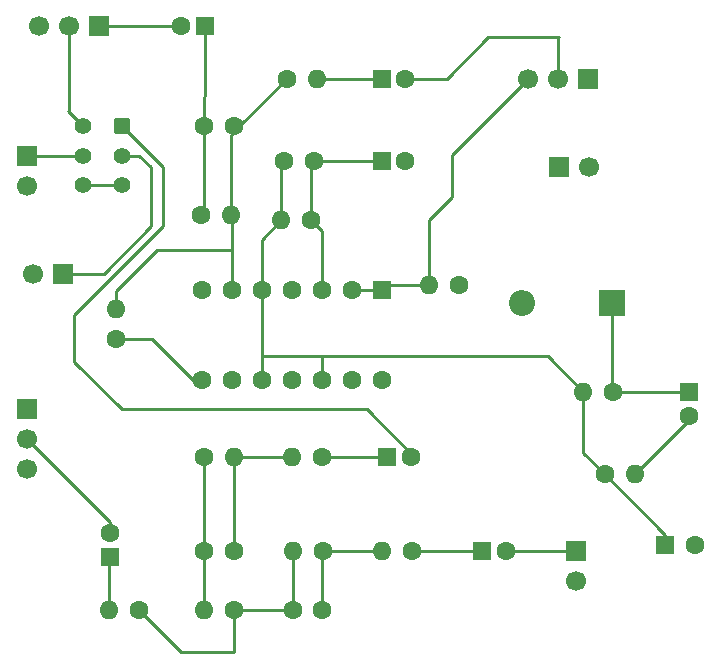
<source format=gbr>
%TF.GenerationSoftware,KiCad,Pcbnew,9.0.1*%
%TF.CreationDate,2025-04-22T18:06:14+02:00*%
%TF.ProjectId,electro-maticv,656c6563-7472-46f2-9d6d-61746963762e,rev?*%
%TF.SameCoordinates,Original*%
%TF.FileFunction,Copper,L1,Top*%
%TF.FilePolarity,Positive*%
%FSLAX46Y46*%
G04 Gerber Fmt 4.6, Leading zero omitted, Abs format (unit mm)*
G04 Created by KiCad (PCBNEW 9.0.1) date 2025-04-22 18:06:14*
%MOMM*%
%LPD*%
G01*
G04 APERTURE LIST*
G04 Aperture macros list*
%AMRoundRect*
0 Rectangle with rounded corners*
0 $1 Rounding radius*
0 $2 $3 $4 $5 $6 $7 $8 $9 X,Y pos of 4 corners*
0 Add a 4 corners polygon primitive as box body*
4,1,4,$2,$3,$4,$5,$6,$7,$8,$9,$2,$3,0*
0 Add four circle primitives for the rounded corners*
1,1,$1+$1,$2,$3*
1,1,$1+$1,$4,$5*
1,1,$1+$1,$6,$7*
1,1,$1+$1,$8,$9*
0 Add four rect primitives between the rounded corners*
20,1,$1+$1,$2,$3,$4,$5,0*
20,1,$1+$1,$4,$5,$6,$7,0*
20,1,$1+$1,$6,$7,$8,$9,0*
20,1,$1+$1,$8,$9,$2,$3,0*%
G04 Aperture macros list end*
%TA.AperFunction,ComponentPad*%
%ADD10O,2.200000X2.200000*%
%TD*%
%TA.AperFunction,ComponentPad*%
%ADD11R,2.200000X2.200000*%
%TD*%
%TA.AperFunction,ComponentPad*%
%ADD12C,1.600000*%
%TD*%
%TA.AperFunction,ComponentPad*%
%ADD13R,1.600000X1.600000*%
%TD*%
%TA.AperFunction,ComponentPad*%
%ADD14O,1.600000X1.600000*%
%TD*%
%TA.AperFunction,ComponentPad*%
%ADD15R,1.700000X1.700000*%
%TD*%
%TA.AperFunction,ComponentPad*%
%ADD16C,1.700000*%
%TD*%
%TA.AperFunction,ComponentPad*%
%ADD17RoundRect,0.250000X-0.550000X0.550000X-0.550000X-0.550000X0.550000X-0.550000X0.550000X0.550000X0*%
%TD*%
%TA.AperFunction,ComponentPad*%
%ADD18C,1.400000*%
%TD*%
%TA.AperFunction,ComponentPad*%
%ADD19RoundRect,0.250000X-0.450000X0.450000X-0.450000X-0.450000X0.450000X-0.450000X0.450000X0.450000X0*%
%TD*%
%TA.AperFunction,Conductor*%
%ADD20C,0.250000*%
%TD*%
G04 APERTURE END LIST*
D10*
%TO.P,D1,2,A*%
%TO.N,+1V0*%
X95380000Y-121000000D03*
D11*
%TO.P,D1,1,K*%
%TO.N,A*%
X103000000Y-121000000D03*
%TD*%
D12*
%TO.P,C8,2*%
%TO.N,Earth*%
X110000000Y-141500000D03*
D13*
%TO.P,C8,1*%
%TO.N,B*%
X107500000Y-141500000D03*
%TD*%
D12*
%TO.P,C7,2*%
%TO.N,Earth*%
X109500000Y-130544888D03*
D13*
%TO.P,C7,1*%
%TO.N,A*%
X109500000Y-128544888D03*
%TD*%
D14*
%TO.P,R7,2*%
%TO.N,B*%
X100580000Y-128500000D03*
D12*
%TO.P,R7,1*%
%TO.N,A*%
X103120000Y-128500000D03*
%TD*%
D14*
%TO.P,R8,2*%
%TO.N,Earth*%
X104920000Y-135500000D03*
D12*
%TO.P,R8,1*%
%TO.N,B*%
X102380000Y-135500000D03*
%TD*%
D15*
%TO.P,J4,1,In*%
%TO.N,Net-(J4-In)*%
X100000000Y-141960000D03*
D16*
%TO.P,J4,2,Ext*%
%TO.N,Earth*%
X100000000Y-144500000D03*
%TD*%
D12*
%TO.P,C3,1*%
%TO.N,Net-(U1D--)*%
X76000000Y-147000000D03*
%TO.P,C3,2*%
%TO.N,Net-(C3-Pad2)*%
X78500000Y-147000000D03*
%TD*%
%TO.P,C2,1*%
%TO.N,Net-(U1C--)*%
X71000000Y-142000000D03*
%TO.P,C2,2*%
%TO.N,Net-(C2-Pad2)*%
X68500000Y-142000000D03*
%TD*%
D14*
%TO.P,R4,2*%
%TO.N,Net-(U1D--)*%
X76000000Y-142000000D03*
D12*
%TO.P,R4,1*%
%TO.N,Net-(C3-Pad2)*%
X78540000Y-142000000D03*
%TD*%
D14*
%TO.P,R3,2*%
%TO.N,Net-(C2-Pad2)*%
X68460000Y-147000000D03*
D12*
%TO.P,R3,1*%
%TO.N,Net-(U1D--)*%
X71000000Y-147000000D03*
%TD*%
%TO.P,R15,1*%
%TO.N,Net-(C11-Pad1)*%
X68190000Y-113500000D03*
D14*
%TO.P,R15,2*%
%TO.N,Net-(U1B--)*%
X70730000Y-113500000D03*
%TD*%
D12*
%TO.P,R14,1*%
%TO.N,Net-(C2-Pad2)*%
X61000000Y-124040000D03*
D14*
%TO.P,R14,2*%
%TO.N,Net-(U1B--)*%
X61000000Y-121500000D03*
%TD*%
D12*
%TO.P,R13,1*%
%TO.N,Net-(U1D--)*%
X63000000Y-147000000D03*
D14*
%TO.P,R13,2*%
%TO.N,Net-(C9-Pad1)*%
X60460000Y-147000000D03*
%TD*%
D12*
%TO.P,R12,1*%
%TO.N,Net-(U1B--)*%
X75460000Y-102000000D03*
D14*
%TO.P,R12,2*%
%TO.N,Net-(C10-Pad1)*%
X78000000Y-102000000D03*
%TD*%
D12*
%TO.P,R9,1*%
%TO.N,Net-(R10-Pad1)*%
X90040000Y-119500000D03*
D14*
%TO.P,R9,2*%
%TO.N,Net-(U1A--)*%
X87500000Y-119500000D03*
%TD*%
D12*
%TO.P,R6,1*%
%TO.N,Net-(U1A-+)*%
X77540000Y-114000000D03*
D14*
%TO.P,R6,2*%
%TO.N,B*%
X75000000Y-114000000D03*
%TD*%
D12*
%TO.P,R5,1*%
%TO.N,Net-(C4-Pad1)*%
X86040000Y-142000000D03*
D14*
%TO.P,R5,2*%
%TO.N,Net-(C3-Pad2)*%
X83500000Y-142000000D03*
%TD*%
D12*
%TO.P,R2,1*%
%TO.N,Net-(C2-Pad2)*%
X68460000Y-134000000D03*
D14*
%TO.P,R2,2*%
%TO.N,Net-(U1C--)*%
X71000000Y-134000000D03*
%TD*%
D12*
%TO.P,R1,1*%
%TO.N,Net-(C1-Pad1)*%
X78500000Y-134000000D03*
D14*
%TO.P,R1,2*%
%TO.N,Net-(U1C--)*%
X75960000Y-134000000D03*
%TD*%
D15*
%TO.P,R16,1,1*%
%TO.N,Net-(C12-Pad2)*%
X59540000Y-97500000D03*
D16*
%TO.P,R16,2,2*%
%TO.N,Net-(R16-Pad2)*%
X57000000Y-97500000D03*
%TO.P,R16,3,3*%
%TO.N,Earth*%
X54460000Y-97500000D03*
%TD*%
D12*
%TO.P,U1,14*%
%TO.N,Net-(C3-Pad2)*%
X83540000Y-127500000D03*
%TO.P,U1,13,-*%
%TO.N,Net-(U1D--)*%
X81000000Y-127500000D03*
%TO.P,U1,12,+*%
%TO.N,B*%
X78460000Y-127500000D03*
%TO.P,U1,11,V-*%
%TO.N,Earth*%
X75920000Y-127500000D03*
%TO.P,U1,10,+*%
%TO.N,B*%
X73380000Y-127500000D03*
%TO.P,U1,9,-*%
%TO.N,Net-(U1C--)*%
X70840000Y-127500000D03*
%TO.P,U1,8*%
%TO.N,Net-(C2-Pad2)*%
X68300000Y-127500000D03*
%TO.P,U1,7*%
%TO.N,Net-(C11-Pad1)*%
X68300000Y-119880000D03*
%TO.P,U1,6,-*%
%TO.N,Net-(U1B--)*%
X70840000Y-119880000D03*
%TO.P,U1,5,+*%
%TO.N,B*%
X73380000Y-119880000D03*
%TO.P,U1,4,V+*%
%TO.N,A*%
X75920000Y-119880000D03*
%TO.P,U1,3,+*%
%TO.N,Net-(U1A-+)*%
X78460000Y-119880000D03*
%TO.P,U1,2,-*%
%TO.N,Net-(U1A--)*%
X81000000Y-119880000D03*
D17*
%TO.P,U1,1*%
X83540000Y-119880000D03*
%TD*%
D18*
%TO.P,SW1,6,C*%
%TO.N,Net-(R16-Pad2)*%
X58200000Y-106000000D03*
%TO.P,SW1,5,B*%
%TO.N,Net-(J2-In)*%
X58200000Y-108500000D03*
%TO.P,SW1,4,A*%
%TO.N,Net-(SW1-A-Pad4)*%
X58200000Y-111000000D03*
%TO.P,SW1,3,C*%
X61500000Y-111000000D03*
%TO.P,SW1,2,B*%
%TO.N,Net-(J3-In)*%
X61500000Y-108500000D03*
D19*
%TO.P,SW1,1,A*%
%TO.N,Net-(C1-Pad2)*%
X61500000Y-106000000D03*
%TD*%
D16*
%TO.P,R11,3,3*%
%TO.N,Net-(U1A--)*%
X95920000Y-102000000D03*
%TO.P,R11,2,2*%
%TO.N,Net-(C10-Pad2)*%
X98460000Y-102000000D03*
D15*
%TO.P,R11,1,1*%
%TO.N,Earth*%
X101000000Y-102000000D03*
%TD*%
D16*
%TO.P,R10,3,3*%
%TO.N,Earth*%
X53500000Y-135080000D03*
%TO.P,R10,2,2*%
%TO.N,Net-(C9-Pad2)*%
X53500000Y-132540000D03*
D15*
%TO.P,R10,1,1*%
%TO.N,Net-(R10-Pad1)*%
X53500000Y-130000000D03*
%TD*%
D16*
%TO.P,J3,2,Ext*%
%TO.N,Earth*%
X53960000Y-118500000D03*
D15*
%TO.P,J3,1,In*%
%TO.N,Net-(J3-In)*%
X56500000Y-118500000D03*
%TD*%
D16*
%TO.P,J2,2,Ext*%
%TO.N,Earth*%
X53500000Y-111040000D03*
D15*
%TO.P,J2,1,In*%
%TO.N,Net-(J2-In)*%
X53500000Y-108500000D03*
%TD*%
D16*
%TO.P,J1,2,Ext*%
%TO.N,Earth*%
X101040000Y-109500000D03*
D15*
%TO.P,J1,1,In*%
%TO.N,Net-(J1-In)*%
X98500000Y-109500000D03*
%TD*%
D12*
%TO.P,C12,2*%
%TO.N,Net-(C12-Pad2)*%
X66540000Y-97500000D03*
D13*
%TO.P,C12,1*%
%TO.N,Net-(C11-Pad1)*%
X68540000Y-97500000D03*
%TD*%
D12*
%TO.P,C11,2*%
%TO.N,Net-(U1B--)*%
X71000000Y-106000000D03*
%TO.P,C11,1*%
%TO.N,Net-(C11-Pad1)*%
X68500000Y-106000000D03*
%TD*%
%TO.P,C10,2*%
%TO.N,Net-(C10-Pad2)*%
X85500000Y-102000000D03*
D13*
%TO.P,C10,1*%
%TO.N,Net-(C10-Pad1)*%
X83500000Y-102000000D03*
%TD*%
D12*
%TO.P,C9,2*%
%TO.N,Net-(C9-Pad2)*%
X60500000Y-140500000D03*
D13*
%TO.P,C9,1*%
%TO.N,Net-(C9-Pad1)*%
X60500000Y-142500000D03*
%TD*%
D12*
%TO.P,C6,2*%
%TO.N,B*%
X75250000Y-109000000D03*
%TO.P,C6,1*%
%TO.N,Net-(U1A-+)*%
X77750000Y-109000000D03*
%TD*%
%TO.P,C5,2*%
%TO.N,Net-(J1-In)*%
X85500000Y-109000000D03*
D13*
%TO.P,C5,1*%
%TO.N,Net-(U1A-+)*%
X83500000Y-109000000D03*
%TD*%
D12*
%TO.P,C4,2*%
%TO.N,Net-(J4-In)*%
X94000000Y-142000000D03*
D13*
%TO.P,C4,1*%
%TO.N,Net-(C4-Pad1)*%
X92000000Y-142000000D03*
%TD*%
D12*
%TO.P,C1,2*%
%TO.N,Net-(C1-Pad2)*%
X86000000Y-134000000D03*
D13*
%TO.P,C1,1*%
%TO.N,Net-(C1-Pad1)*%
X84000000Y-134000000D03*
%TD*%
D20*
%TO.N,Net-(C1-Pad2)*%
X65000000Y-109500000D02*
X61500000Y-106000000D01*
X65000000Y-114500000D02*
X65000000Y-109500000D01*
X57500000Y-122000000D02*
X65000000Y-114500000D01*
X57500000Y-126000000D02*
X57500000Y-122000000D01*
X61500000Y-130000000D02*
X57500000Y-126000000D01*
X82252000Y-130000000D02*
X61500000Y-130000000D01*
X86000000Y-133748000D02*
X82252000Y-130000000D01*
X86000000Y-134000000D02*
X86000000Y-133748000D01*
%TO.N,Net-(C11-Pad1)*%
X68500000Y-103540000D02*
X68500000Y-106000000D01*
X68540000Y-103500000D02*
X68500000Y-103540000D01*
%TO.N,Net-(R16-Pad2)*%
X56960000Y-104760000D02*
X58200000Y-106000000D01*
X57000000Y-104720000D02*
X56960000Y-104760000D01*
X57000000Y-97500000D02*
X57000000Y-104720000D01*
%TO.N,Net-(J3-In)*%
X60000000Y-118500000D02*
X56500000Y-118500000D01*
X64000000Y-114500000D02*
X60000000Y-118500000D01*
X64000000Y-109500000D02*
X64000000Y-114500000D01*
X63000000Y-108500000D02*
X64000000Y-109500000D01*
X61500000Y-108500000D02*
X63000000Y-108500000D01*
%TO.N,Net-(SW1-A-Pad4)*%
X61500000Y-111000000D02*
X58200000Y-111000000D01*
%TO.N,Net-(C11-Pad1)*%
X68500000Y-113190000D02*
X68190000Y-113500000D01*
X68500000Y-106000000D02*
X68500000Y-113190000D01*
X68540000Y-97500000D02*
X68540000Y-103500000D01*
%TO.N,Net-(C12-Pad2)*%
X59540000Y-97500000D02*
X66540000Y-97500000D01*
%TO.N,Net-(J2-In)*%
X58200000Y-108500000D02*
X53500000Y-108500000D01*
%TO.N,Net-(U1B--)*%
X61000000Y-120000000D02*
X64500000Y-116500000D01*
X61000000Y-121500000D02*
X61000000Y-120000000D01*
X70840000Y-116500000D02*
X70840000Y-119880000D01*
X64500000Y-116500000D02*
X70840000Y-116500000D01*
X70840000Y-113880000D02*
X70840000Y-116500000D01*
X70730000Y-113770000D02*
X70840000Y-113880000D01*
X70730000Y-113500000D02*
X70730000Y-113770000D01*
X71000000Y-106500000D02*
X70730000Y-106770000D01*
X70730000Y-106770000D02*
X70730000Y-113500000D01*
X71000000Y-106000000D02*
X71000000Y-106500000D01*
X75460000Y-102000000D02*
X71460000Y-106000000D01*
X71460000Y-106000000D02*
X71000000Y-106000000D01*
%TO.N,Net-(C10-Pad1)*%
X83500000Y-102000000D02*
X78000000Y-102000000D01*
%TO.N,Net-(C10-Pad2)*%
X98460000Y-98540000D02*
X98460000Y-102000000D01*
X89000000Y-102000000D02*
X92500000Y-98500000D01*
X92500000Y-98500000D02*
X98500000Y-98500000D01*
X85500000Y-102000000D02*
X89000000Y-102000000D01*
X98500000Y-98500000D02*
X98460000Y-98540000D01*
%TO.N,Earth*%
X109500000Y-130920000D02*
X109500000Y-130544888D01*
X104920000Y-135500000D02*
X109500000Y-130920000D01*
%TO.N,Net-(U1A--)*%
X89500000Y-108420000D02*
X95920000Y-102000000D01*
X89500000Y-112000000D02*
X89500000Y-108420000D01*
X87500000Y-114000000D02*
X89500000Y-112000000D01*
X87500000Y-119500000D02*
X87500000Y-114000000D01*
X83540000Y-119880000D02*
X81000000Y-119880000D01*
X83920000Y-119500000D02*
X83540000Y-119880000D01*
X87500000Y-119500000D02*
X83920000Y-119500000D01*
%TO.N,Net-(U1A-+)*%
X77750000Y-109000000D02*
X83500000Y-109000000D01*
X77540000Y-109210000D02*
X77750000Y-109000000D01*
X77540000Y-114000000D02*
X77540000Y-109210000D01*
%TO.N,B*%
X75000000Y-109250000D02*
X75250000Y-109000000D01*
X75000000Y-114000000D02*
X75000000Y-109250000D01*
X73380000Y-115620000D02*
X75000000Y-114000000D01*
X73380000Y-119880000D02*
X73380000Y-115620000D01*
%TO.N,Net-(U1A-+)*%
X78460000Y-114920000D02*
X77540000Y-114000000D01*
X78460000Y-119880000D02*
X78460000Y-114920000D01*
%TO.N,A*%
X109455112Y-128500000D02*
X109500000Y-128544888D01*
X103120000Y-128500000D02*
X109455112Y-128500000D01*
X103000000Y-128380000D02*
X103120000Y-128500000D01*
X103000000Y-121000000D02*
X103000000Y-128380000D01*
%TO.N,Net-(C9-Pad2)*%
X60500000Y-139540000D02*
X53500000Y-132540000D01*
X60500000Y-140500000D02*
X60500000Y-139540000D01*
%TO.N,Net-(C9-Pad1)*%
X60460000Y-142540000D02*
X60500000Y-142500000D01*
X60460000Y-147000000D02*
X60460000Y-142540000D01*
%TO.N,B*%
X107500000Y-140620000D02*
X107500000Y-141500000D01*
X102380000Y-135500000D02*
X107500000Y-140620000D01*
X100580000Y-133700000D02*
X102380000Y-135500000D01*
X100580000Y-128500000D02*
X100580000Y-133700000D01*
X97580000Y-125500000D02*
X100580000Y-128500000D01*
X78500000Y-125500000D02*
X97580000Y-125500000D01*
X78500000Y-125500000D02*
X73380000Y-125500000D01*
X73380000Y-125500000D02*
X73380000Y-119880000D01*
X73380000Y-127500000D02*
X73380000Y-125500000D01*
X78460000Y-125540000D02*
X78500000Y-125500000D01*
X78460000Y-127500000D02*
X78460000Y-125540000D01*
%TO.N,Net-(J4-In)*%
X99960000Y-142000000D02*
X100000000Y-141960000D01*
X94000000Y-142000000D02*
X99960000Y-142000000D01*
%TO.N,Net-(C4-Pad1)*%
X86040000Y-142000000D02*
X92000000Y-142000000D01*
%TO.N,Net-(C3-Pad2)*%
X78540000Y-142000000D02*
X83500000Y-142000000D01*
X78500000Y-142040000D02*
X78540000Y-142000000D01*
X78500000Y-147000000D02*
X78500000Y-142040000D01*
%TO.N,Net-(U1D--)*%
X71000000Y-147000000D02*
X71000000Y-150500000D01*
X71000000Y-150500000D02*
X66500000Y-150500000D01*
X66500000Y-150500000D02*
X63000000Y-147000000D01*
X76000000Y-147000000D02*
X76000000Y-142000000D01*
X71000000Y-147000000D02*
X76000000Y-147000000D01*
%TO.N,Net-(C1-Pad1)*%
X78500000Y-134000000D02*
X84000000Y-134000000D01*
%TO.N,Net-(U1C--)*%
X71000000Y-134000000D02*
X71000000Y-142000000D01*
X70840000Y-133840000D02*
X71000000Y-134000000D01*
X71000000Y-134000000D02*
X75960000Y-134000000D01*
%TO.N,Net-(C2-Pad2)*%
X68500000Y-146960000D02*
X68460000Y-147000000D01*
X68500000Y-142000000D02*
X68500000Y-146960000D01*
X68460000Y-141960000D02*
X68500000Y-142000000D01*
X68460000Y-134000000D02*
X68460000Y-141960000D01*
X64040000Y-124040000D02*
X61000000Y-124040000D01*
X67500000Y-127500000D02*
X64040000Y-124040000D01*
X68300000Y-127500000D02*
X67500000Y-127500000D01*
X68300000Y-133840000D02*
X68460000Y-134000000D01*
%TO.N,Net-(U1A--)*%
X87120000Y-119880000D02*
X87500000Y-119500000D01*
%TD*%
M02*

</source>
